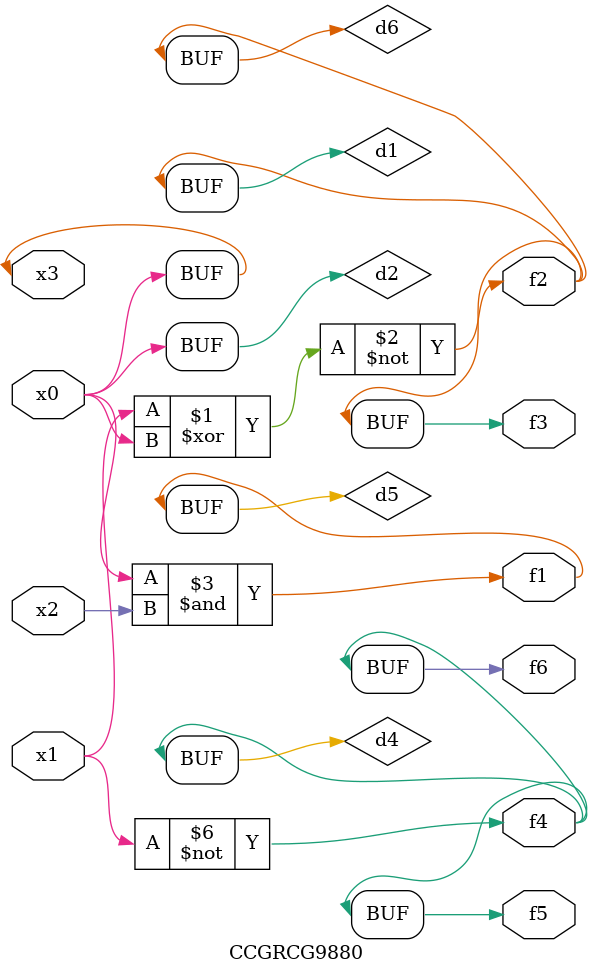
<source format=v>
module CCGRCG9880(
	input x0, x1, x2, x3,
	output f1, f2, f3, f4, f5, f6
);

	wire d1, d2, d3, d4, d5, d6;

	xnor (d1, x1, x3);
	buf (d2, x0, x3);
	nand (d3, x0, x2);
	not (d4, x1);
	nand (d5, d3);
	or (d6, d1);
	assign f1 = d5;
	assign f2 = d6;
	assign f3 = d6;
	assign f4 = d4;
	assign f5 = d4;
	assign f6 = d4;
endmodule

</source>
